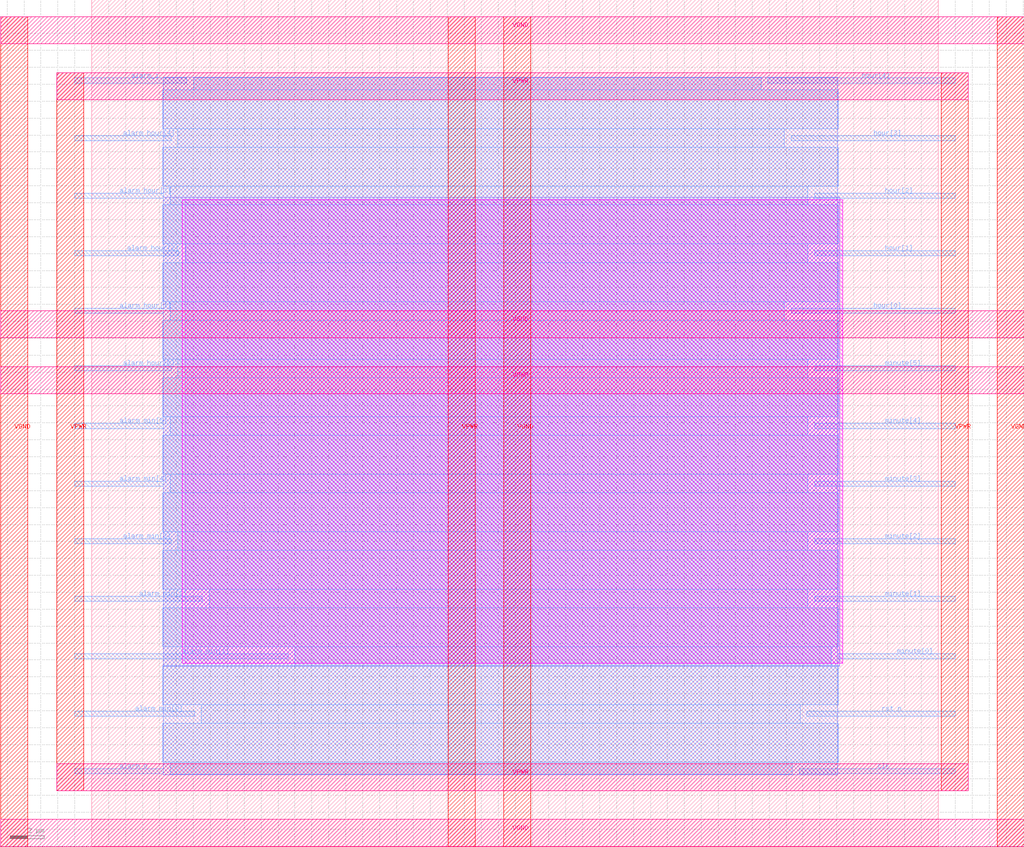
<source format=lef>
VERSION 5.7 ;
  NOWIREEXTENSIONATPIN ON ;
  DIVIDERCHAR "/" ;
  BUSBITCHARS "[]" ;
MACRO alarm
  CLASS BLOCK ;
  FOREIGN alarm ;
  ORIGIN 0.000 0.000 ;
  SIZE 50.000 BY 50.000 ;
  PIN VGND
    DIRECTION INOUT ;
    USE GROUND ;
    PORT
      LAYER met4 ;
        RECT -5.380 -0.020 -3.780 48.980 ;
    END
    PORT
      LAYER met5 ;
        RECT -5.380 -0.020 55.060 1.580 ;
    END
    PORT
      LAYER met5 ;
        RECT -5.380 47.380 55.060 48.980 ;
    END
    PORT
      LAYER met4 ;
        RECT 53.460 -0.020 55.060 48.980 ;
    END
    PORT
      LAYER met4 ;
        RECT 24.340 -0.020 25.940 48.980 ;
    END
    PORT
      LAYER met5 ;
        RECT -5.380 30.030 55.060 31.630 ;
    END
  END VGND
  PIN VPWR
    DIRECTION INOUT ;
    USE POWER ;
    PORT
      LAYER met4 ;
        RECT -2.080 3.280 -0.480 45.680 ;
    END
    PORT
      LAYER met5 ;
        RECT -2.080 3.280 51.760 4.880 ;
    END
    PORT
      LAYER met5 ;
        RECT -2.080 44.080 51.760 45.680 ;
    END
    PORT
      LAYER met4 ;
        RECT 50.160 3.280 51.760 45.680 ;
    END
    PORT
      LAYER met4 ;
        RECT 21.040 -0.020 22.640 48.980 ;
    END
    PORT
      LAYER met5 ;
        RECT -5.380 26.730 55.060 28.330 ;
    END
  END VPWR
  PIN alarm_hour[0]
    DIRECTION INPUT ;
    USE SIGNAL ;
    ANTENNAGATEAREA 0.196500 ;
    PORT
      LAYER met3 ;
        RECT -1.000 28.070 4.690 28.370 ;
    END
  END alarm_hour[0]
  PIN alarm_hour[1]
    DIRECTION INPUT ;
    USE SIGNAL ;
    ANTENNAGATEAREA 0.196500 ;
    PORT
      LAYER met3 ;
        RECT -1.000 31.470 4.230 31.770 ;
    END
  END alarm_hour[1]
  PIN alarm_hour[2]
    DIRECTION INPUT ;
    USE SIGNAL ;
    ANTENNAGATEAREA 0.196500 ;
    PORT
      LAYER met3 ;
        RECT -1.000 34.870 5.150 35.170 ;
    END
  END alarm_hour[2]
  PIN alarm_hour[3]
    DIRECTION INPUT ;
    USE SIGNAL ;
    ANTENNAGATEAREA 0.196500 ;
    PORT
      LAYER met3 ;
        RECT -1.000 38.270 4.230 38.570 ;
    END
  END alarm_hour[3]
  PIN alarm_hour[4]
    DIRECTION INPUT ;
    USE SIGNAL ;
    ANTENNAGATEAREA 0.196500 ;
    PORT
      LAYER met3 ;
        RECT -1.000 41.670 4.690 41.970 ;
    END
  END alarm_hour[4]
  PIN alarm_i
    DIRECTION INPUT ;
    USE SIGNAL ;
    ANTENNAGATEAREA 0.196500 ;
    PORT
      LAYER met3 ;
        RECT -1.000 45.070 5.610 45.370 ;
    END
  END alarm_i
  PIN alarm_min[0]
    DIRECTION INPUT ;
    USE SIGNAL ;
    ANTENNAGATEAREA 0.196500 ;
    PORT
      LAYER met3 ;
        RECT -1.000 7.670 6.070 7.970 ;
    END
  END alarm_min[0]
  PIN alarm_min[1]
    DIRECTION INPUT ;
    USE SIGNAL ;
    ANTENNAGATEAREA 0.196500 ;
    PORT
      LAYER met3 ;
        RECT -1.000 11.070 11.590 11.370 ;
    END
  END alarm_min[1]
  PIN alarm_min[2]
    DIRECTION INPUT ;
    USE SIGNAL ;
    ANTENNAGATEAREA 0.196500 ;
    PORT
      LAYER met3 ;
        RECT -1.000 14.470 6.530 14.770 ;
    END
  END alarm_min[2]
  PIN alarm_min[3]
    DIRECTION INPUT ;
    USE SIGNAL ;
    ANTENNAGATEAREA 0.196500 ;
    PORT
      LAYER met3 ;
        RECT -1.000 17.870 4.690 18.170 ;
    END
  END alarm_min[3]
  PIN alarm_min[4]
    DIRECTION INPUT ;
    USE SIGNAL ;
    ANTENNAGATEAREA 0.196500 ;
    PORT
      LAYER met3 ;
        RECT -1.000 21.270 4.230 21.570 ;
    END
  END alarm_min[4]
  PIN alarm_min[5]
    DIRECTION INPUT ;
    USE SIGNAL ;
    ANTENNAGATEAREA 0.196500 ;
    PORT
      LAYER met3 ;
        RECT -1.000 24.670 4.230 24.970 ;
    END
  END alarm_min[5]
  PIN alarm_o
    DIRECTION OUTPUT ;
    USE SIGNAL ;
    ANTENNADIFFAREA 0.445500 ;
    PORT
      LAYER met3 ;
        RECT -1.000 4.270 4.230 4.570 ;
    END
  END alarm_o
  PIN clk
    DIRECTION INPUT ;
    USE SIGNAL ;
    ANTENNAGATEAREA 0.852000 ;
    PORT
      LAYER met3 ;
        RECT 41.770 4.270 51.000 4.570 ;
    END
  END clk
  PIN hour[0]
    DIRECTION INPUT ;
    USE SIGNAL ;
    ANTENNAGATEAREA 0.196500 ;
    PORT
      LAYER met3 ;
        RECT 41.310 31.470 51.000 31.770 ;
    END
  END hour[0]
  PIN hour[1]
    DIRECTION INPUT ;
    USE SIGNAL ;
    ANTENNAGATEAREA 0.196500 ;
    PORT
      LAYER met3 ;
        RECT 42.690 34.870 51.000 35.170 ;
    END
  END hour[1]
  PIN hour[2]
    DIRECTION INPUT ;
    USE SIGNAL ;
    ANTENNAGATEAREA 0.196500 ;
    PORT
      LAYER met3 ;
        RECT 42.690 38.270 51.000 38.570 ;
    END
  END hour[2]
  PIN hour[3]
    DIRECTION INPUT ;
    USE SIGNAL ;
    ANTENNAGATEAREA 0.196500 ;
    PORT
      LAYER met3 ;
        RECT 41.310 41.670 51.000 41.970 ;
    END
  END hour[3]
  PIN hour[4]
    DIRECTION INPUT ;
    USE SIGNAL ;
    ANTENNAGATEAREA 0.196500 ;
    PORT
      LAYER met3 ;
        RECT 39.930 45.070 51.000 45.370 ;
    END
  END hour[4]
  PIN minute[0]
    DIRECTION INPUT ;
    USE SIGNAL ;
    ANTENNAGATEAREA 0.196500 ;
    PORT
      LAYER met3 ;
        RECT 44.070 11.070 51.000 11.370 ;
    END
  END minute[0]
  PIN minute[1]
    DIRECTION INPUT ;
    USE SIGNAL ;
    ANTENNAGATEAREA 0.196500 ;
    PORT
      LAYER met3 ;
        RECT 42.690 14.470 51.000 14.770 ;
    END
  END minute[1]
  PIN minute[2]
    DIRECTION INPUT ;
    USE SIGNAL ;
    ANTENNAGATEAREA 0.196500 ;
    PORT
      LAYER met3 ;
        RECT 42.690 17.870 51.000 18.170 ;
    END
  END minute[2]
  PIN minute[3]
    DIRECTION INPUT ;
    USE SIGNAL ;
    ANTENNAGATEAREA 0.196500 ;
    PORT
      LAYER met3 ;
        RECT 42.690 21.270 51.000 21.570 ;
    END
  END minute[3]
  PIN minute[4]
    DIRECTION INPUT ;
    USE SIGNAL ;
    ANTENNAGATEAREA 0.196500 ;
    PORT
      LAYER met3 ;
        RECT 42.690 24.670 51.000 24.970 ;
    END
  END minute[4]
  PIN minute[5]
    DIRECTION INPUT ;
    USE SIGNAL ;
    ANTENNAGATEAREA 0.196500 ;
    PORT
      LAYER met3 ;
        RECT 42.690 28.070 51.000 28.370 ;
    END
  END minute[5]
  PIN rst_n
    DIRECTION INPUT ;
    USE SIGNAL ;
    ANTENNAGATEAREA 0.196500 ;
    PORT
      LAYER met3 ;
        RECT 42.230 7.670 51.000 7.970 ;
    END
  END rst_n
  OBS
      LAYER nwell ;
        RECT 5.330 10.795 44.350 38.165 ;
      LAYER li1 ;
        RECT 5.520 10.795 44.160 38.165 ;
      LAYER met1 ;
        RECT 4.210 10.640 44.160 38.320 ;
      LAYER met2 ;
        RECT 4.230 4.235 44.070 45.405 ;
      LAYER met3 ;
        RECT 6.010 44.670 39.530 45.385 ;
        RECT 4.205 42.370 44.095 44.670 ;
        RECT 5.090 41.270 40.910 42.370 ;
        RECT 4.205 38.970 44.095 41.270 ;
        RECT 4.630 37.870 42.290 38.970 ;
        RECT 4.205 35.570 44.095 37.870 ;
        RECT 5.550 34.470 42.290 35.570 ;
        RECT 4.205 32.170 44.095 34.470 ;
        RECT 4.630 31.070 40.910 32.170 ;
        RECT 4.205 28.770 44.095 31.070 ;
        RECT 5.090 27.670 42.290 28.770 ;
        RECT 4.205 25.370 44.095 27.670 ;
        RECT 4.630 24.270 42.290 25.370 ;
        RECT 4.205 21.970 44.095 24.270 ;
        RECT 4.630 20.870 42.290 21.970 ;
        RECT 4.205 18.570 44.095 20.870 ;
        RECT 5.090 17.470 42.290 18.570 ;
        RECT 4.205 15.170 44.095 17.470 ;
        RECT 6.930 14.070 42.290 15.170 ;
        RECT 4.205 11.770 44.095 14.070 ;
        RECT 11.990 10.670 43.670 11.770 ;
        RECT 4.205 8.370 44.095 10.670 ;
        RECT 6.470 7.270 41.830 8.370 ;
        RECT 4.205 4.970 44.095 7.270 ;
        RECT 4.630 4.255 41.370 4.970 ;
  END
END alarm
END LIBRARY


</source>
